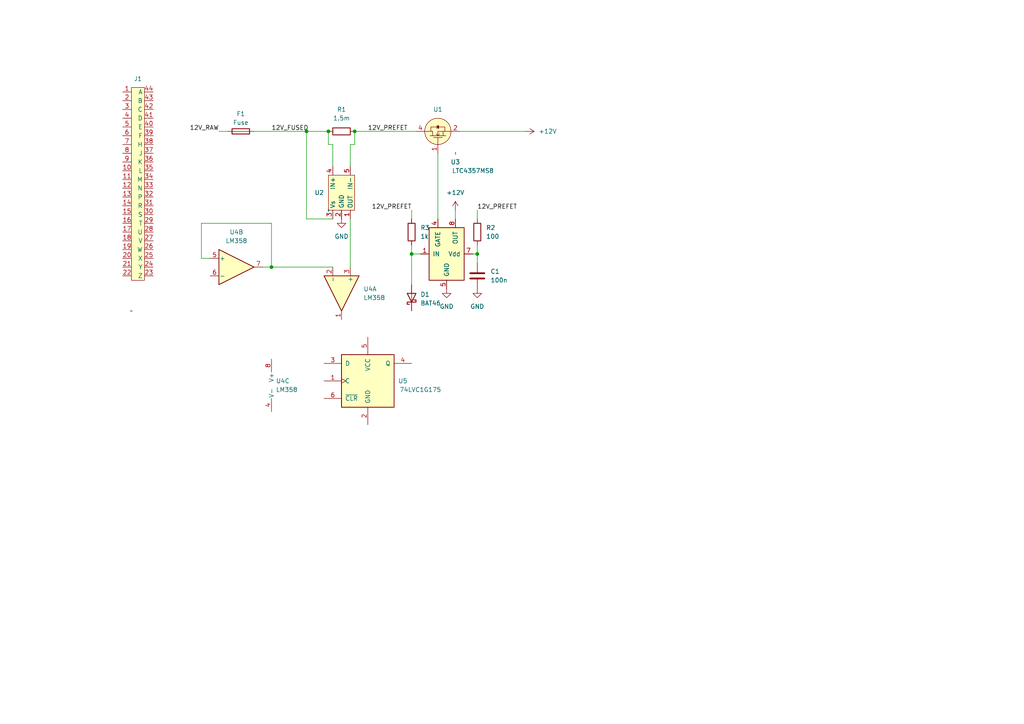
<source format=kicad_sch>
(kicad_sch (version 20230121) (generator eeschema)
  (paper "A4")
  (lib_symbols
    (symbol "74xGxx:74LVC1G175" (pin_names (offset 1.016))
      (property "Reference" "U" (at -5.08 10.16 0))
      (property "Value" "74LVC1G175" (at 10.16 -10.16 0))
      (symbol "74LVC1G175_0_1"
        (rectangle (start -7.62 7.62) (end 7.62 -7.62) (stroke (width 0.254)) (fill (type background)))
      )
      (symbol "74LVC1G175_1_1"
        (pin input clock (at -12.7 0 0) (length 5.08) (name "C") (number "1"))
        (pin power_in line (at 0 -12.7 90) (length 5.08) (name "GND") (number "2"))
        (pin input line (at -12.7 5.08 0) (length 5.08) (name "D") (number "3"))
        (pin output line (at 12.7 5.08 180) (length 5.08) (name "Q") (number "4"))
        (pin power_in line (at 0 12.7 270) (length 5.08) (name "VCC") (number "5"))
        (pin input line (at -12.7 -5.08 0) (length 5.08) (name "~{CLR}") (number "6"))
      )
    )
    (symbol "Amplifier_Operational:LM358" (pin_names (offset 0.127))
      (property "Reference" "U" (at 0 5.08 0))
      (property "Value" "LM358" (at 0 -5.08 0))
      (symbol "LM358_1_1"
        (polyline (pts (xy -5.08 5.08) (xy 5.08 0) (xy -5.08 -5.08) (xy -5.08 5.08)) (stroke (width 0.254)) (fill (type background)))
        (pin output line (at 7.62 0 180) (length 2.54) (name "~") (number "1"))
        (pin input line (at -7.62 -2.54 0) (length 2.54) (name "-") (number "2"))
        (pin input line (at -7.62 2.54 0) (length 2.54) (name "+") (number "3"))
      )
      (symbol "LM358_2_1"
        (polyline (pts (xy -5.08 5.08) (xy 5.08 0) (xy -5.08 -5.08) (xy -5.08 5.08)) (stroke (width 0.254)) (fill (type background)))
        (pin input line (at -7.62 2.54 0) (length 2.54) (name "+") (number "5"))
        (pin input line (at -7.62 -2.54 0) (length 2.54) (name "-") (number "6"))
        (pin output line (at 7.62 0 180) (length 2.54) (name "~") (number "7"))
      )
      (symbol "LM358_3_1"
        (pin power_in line (at -2.54 -7.62 90) (length 3.81) (name "V-") (number "4"))
        (pin power_in line (at -2.54 7.62 270) (length 3.81) (name "V+") (number "8"))
      )
    )
    (symbol "Device:C" (pin_numbers hide) (pin_names (offset 0.254))
      (property "Reference" "C" (at 0.635 2.54 0))
      (property "Value" "C" (at 0.635 -2.54 0))
      (symbol "C_0_1"
        (polyline (pts (xy -2.032 -0.762) (xy 2.032 -0.762)) (stroke (width 0.508)))
        (polyline (pts (xy -2.032 0.762) (xy 2.032 0.762)) (stroke (width 0.508)))
      )
      (symbol "C_1_1"
        (pin passive line (at 0 3.81 270) (length 2.794) (name "~") (number "1"))
        (pin passive line (at 0 -3.81 90) (length 2.794) (name "~") (number "2"))
      )
    )
    (symbol "Device:Fuse" (pin_numbers hide) (pin_names (offset 0))
      (property "Reference" "F" (at 2.032 0 90))
      (property "Value" "Fuse" (at -1.905 0 90))
      (symbol "Fuse_0_1"
        (rectangle (start -0.762 -2.54) (end 0.762 2.54) (stroke (width 0.254)))
        (polyline (pts (xy 0 2.54) (xy 0 -2.54)))
      )
      (symbol "Fuse_1_1"
        (pin passive line (at 0 3.81 270) (length 1.27) (name "~") (number "1"))
        (pin passive line (at 0 -3.81 90) (length 1.27) (name "~") (number "2"))
      )
    )
    (symbol "Device:R" (pin_numbers hide) (pin_names (offset 0))
      (property "Reference" "R" (at 2.032 0 90))
      (property "Value" "R" (at 0 0 90))
      (symbol "R_0_1"
        (rectangle (start -1.016 -2.54) (end 1.016 2.54) (stroke (width 0.254)))
      )
      (symbol "R_1_1"
        (pin passive line (at 0 3.81 270) (length 1.27) (name "~") (number "1"))
        (pin passive line (at 0 -3.81 90) (length 1.27) (name "~") (number "2"))
      )
    )
    (symbol "Diode:BAT46" (pin_numbers hide) (pin_names (offset 1.016) hide)
      (property "Reference" "D" (at 0 2.54 0))
      (property "Value" "BAT46" (at 0 -2.54 0))
      (symbol "BAT46_0_1"
        (polyline (pts (xy 1.27 0) (xy -1.27 0)))
        (polyline (pts (xy 1.27 1.27) (xy 1.27 -1.27) (xy -1.27 0) (xy 1.27 1.27)) (stroke (width 0.254)))
        (polyline (pts (xy -1.905 0.635) (xy -1.905 1.27) (xy -1.27 1.27) (xy -1.27 -1.27) (xy -0.635 -1.27) (xy -0.635 -0.635)) (stroke (width 0.254)))
      )
      (symbol "BAT46_1_1"
        (pin passive line (at -3.81 0 0) (length 2.54) (name "K") (number "1"))
        (pin passive line (at 3.81 0 180) (length 2.54) (name "A") (number "2"))
      )
    )
    (symbol "Power_Management:LTC4357MS8" (pin_names (offset 1.016))
      (property "Reference" "U" (at 6.35 6.35 0))
      (property "Value" "LTC4357MS8" (at 6.35 -6.35 0))
      (symbol "LTC4357MS8_0_1"
        (rectangle (start -5.08 7.62) (end 5.08 -7.62) (stroke (width 0.254)) (fill (type background)))
      )
      (symbol "LTC4357MS8_1_1"
        (pin input line (at -7.62 0 0) (length 2.54) (name "IN") (number "1"))
        (pin no_connect line (at -5.08 -2.54 0) (length 2.54) hide (name "NC") (number "2"))
        (pin no_connect line (at -5.08 -5.08 0) (length 2.54) hide (name "NC") (number "3"))
        (pin output line (at -2.54 10.16 270) (length 2.54) (name "GATE") (number "4"))
        (pin power_in line (at 0 -10.16 90) (length 2.54) (name "GND") (number "5"))
        (pin no_connect line (at 2.54 -7.62 90) (length 2.54) hide (name "NC") (number "6"))
        (pin power_in line (at 7.62 0 180) (length 2.54) (name "Vdd") (number "7"))
        (pin input line (at 2.54 10.16 270) (length 2.54) (name "OUT") (number "8"))
      )
    )
    (symbol "my parts:50-44A-30"
      (property "Reference" "J" (at 0 0 0))
      (symbol "50-44A-30_1_1"
        (rectangle (start 0 64.77) (end 3.81 8.89) (fill (type background)))
        (pin input line (at -2.54 63.5 0) (length 2.54) (name "") (number "1"))
        (pin input line (at -2.54 40.64 0) (length 2.54) (name "") (number "10"))
        (pin input line (at -2.54 38.1 0) (length 2.54) (name "") (number "11"))
        (pin input line (at -2.54 35.56 0) (length 2.54) (name "") (number "12"))
        (pin input line (at -2.54 33.02 0) (length 2.54) (name "") (number "13"))
        (pin input line (at -2.54 30.48 0) (length 2.54) (name "") (number "14"))
        (pin input line (at -2.54 27.94 0) (length 2.54) (name "") (number "15"))
        (pin input line (at -2.54 25.4 0) (length 2.54) (name "") (number "16"))
        (pin input line (at -2.54 22.86 0) (length 2.54) (name "") (number "17"))
        (pin input line (at -2.54 20.32 0) (length 2.54) (name "") (number "18"))
        (pin input line (at -2.54 17.78 0) (length 2.54) (name "") (number "19"))
        (pin input line (at -2.54 60.96 0) (length 2.54) (name "") (number "2"))
        (pin input line (at -2.54 15.24 0) (length 2.54) (name "") (number "20"))
        (pin input line (at -2.54 12.7 0) (length 2.54) (name "") (number "21"))
        (pin input line (at -2.54 10.16 0) (length 2.54) (name "") (number "22"))
        (pin input line (at 6.35 10.16 180) (length 2.54) (name "Z") (number "23"))
        (pin input line (at 6.35 12.7 180) (length 2.54) (name "Y") (number "24"))
        (pin input line (at 6.35 15.24 180) (length 2.54) (name "X") (number "25"))
        (pin input line (at 6.35 17.78 180) (length 2.54) (name "W") (number "26"))
        (pin input line (at 6.35 20.32 180) (length 2.54) (name "V") (number "27"))
        (pin input line (at 6.35 22.86 180) (length 2.54) (name "U") (number "28"))
        (pin input line (at 6.35 25.4 180) (length 2.54) (name "T") (number "29"))
        (pin input line (at -2.54 58.42 0) (length 2.54) (name "") (number "3"))
        (pin input line (at 6.35 27.94 180) (length 2.54) (name "S") (number "30"))
        (pin input line (at 6.35 30.48 180) (length 2.54) (name "R") (number "31"))
        (pin input line (at 6.35 33.02 180) (length 2.54) (name "P") (number "32"))
        (pin input line (at 6.35 35.56 180) (length 2.54) (name "N") (number "33"))
        (pin input line (at 6.35 38.1 180) (length 2.54) (name "M") (number "34"))
        (pin input line (at 6.35 40.64 180) (length 2.54) (name "L") (number "35"))
        (pin input line (at 6.35 43.18 180) (length 2.54) (name "K") (number "36"))
        (pin input line (at 6.35 45.72 180) (length 2.54) (name "J") (number "37"))
        (pin input line (at 6.35 48.26 180) (length 2.54) (name "H") (number "38"))
        (pin input line (at 6.35 50.8 180) (length 2.54) (name "F") (number "39"))
        (pin input line (at -2.54 55.88 0) (length 2.54) (name "") (number "4"))
        (pin input line (at 6.35 53.34 180) (length 2.54) (name "E") (number "40"))
        (pin input line (at 6.35 55.88 180) (length 2.54) (name "D") (number "41"))
        (pin input line (at 6.35 58.42 180) (length 2.54) (name "C") (number "42"))
        (pin input line (at 6.35 60.96 180) (length 2.54) (name "B") (number "43"))
        (pin input line (at 6.35 63.5 180) (length 2.54) (name "A") (number "44"))
        (pin input line (at -2.54 53.34 0) (length 2.54) (name "") (number "5"))
        (pin input line (at -2.54 50.8 0) (length 2.54) (name "") (number "6"))
        (pin input line (at -2.54 48.26 0) (length 2.54) (name "") (number "7"))
        (pin input line (at -2.54 45.72 0) (length 2.54) (name "") (number "8"))
        (pin input line (at -2.54 43.18 0) (length 2.54) (name "") (number "9"))
      )
    )
    (symbol "my parts:INA281B1"
      (property "Reference" "U" (at 0 0 0))
      (symbol "INA281B1_1_1"
        (rectangle (start 0 7.62) (end 10.16 0) (fill (type background)))
        (pin input line (at -2.54 6.35 0) (length 2.54) (name "OUT") (number "1"))
        (pin input line (at -2.54 3.81 0) (length 2.54) (name "GND") (number "2"))
        (pin input line (at -2.54 1.27 0) (length 2.54) (name "Vs") (number "3"))
        (pin input line (at 12.7 1.27 180) (length 2.54) (name "IN+") (number "4"))
        (pin input line (at 12.7 6.35 180) (length 2.54) (name "IN-") (number "5"))
      )
    )
    (symbol "my parts:IPB032N10N5"
      (property "Reference" "U" (at 0 0 0))
      (symbol "IPB032N10N5_0_1"
        (polyline (pts (xy 4.572 6.35) (xy 4.572 3.81)))
        (polyline (pts (xy 5.08 7.366) (xy 5.08 2.794)))
        (polyline (pts (xy 6.35 3.556) (xy 5.08 3.556)))
        (polyline (pts (xy 6.35 6.604) (xy 5.08 6.604)))
        (polyline (pts (xy 6.35 6.604) (xy 6.35 8.89)))
        (polyline (pts (xy 2.54 5.08) (xy 4.318 5.08) (xy 4.572 5.08)))
        (polyline (pts (xy 7.62 5.334) (xy 7.62 7.112) (xy 6.35 7.112)))
        (polyline (pts (xy 8.128 5.334) (xy 7.112 5.334) (xy 7.62 5.334)))
        (polyline (pts (xy 6.35 1.27) (xy 6.35 5.08) (xy 5.08 5.08) (xy 5.588 5.588) (xy 5.08 5.08) (xy 5.588 4.572)))
        (polyline (pts (xy 6.35 3.048) (xy 7.62 3.048) (xy 7.62 4.826) (xy 8.128 4.826) (xy 7.62 5.334) (xy 7.112 4.826) (xy 7.62 4.826) (xy 7.62 5.334) (xy 7.874 5.08) (xy 7.62 4.826) (xy 7.366 5.08) (xy 7.366 4.826) (xy 7.874 4.826) (xy 7.874 5.08) (xy 7.366 5.08)))
      )
      (symbol "IPB032N10N5_1_1"
        (circle (center 6.35 5.08) (radius 3.81) (fill (type background)))
        (pin input line (at 0 5.08 0) (length 2.54) (name "") (number "1"))
        (pin input line (at 6.35 -1.27 90) (length 2.54) (name "") (number "2"))
        (pin input line (at 6.35 -1.27 90) (length 2.54) hide (name "") (number "3"))
        (pin input line (at 6.35 11.43 270) (length 2.54) (name "") (number "4"))
        (pin input line (at 6.35 -1.27 90) (length 2.54) hide (name "") (number "5"))
        (pin input line (at 6.35 -1.27 90) (length 2.54) hide (name "") (number "6"))
        (pin input line (at 6.35 -1.27 90) (length 2.54) hide (name "") (number "7"))
      )
    )
    (symbol "power:+12V" (power) (pin_names (offset 0))
      (property "Value" "+12V" (at 0 3.556 0))
      (symbol "+12V_0_1"
        (polyline (pts (xy -0.762 1.27) (xy 0 2.54)))
        (polyline (pts (xy 0 0) (xy 0 2.54)))
        (polyline (pts (xy 0 2.54) (xy 0.762 1.27)))
      )
      (symbol "+12V_1_1"
        (pin power_in line (at 0 0 90) (length 0) hide (name "+12V") (number "1"))
      )
    )
    (symbol "power:GND" (power) (pin_names (offset 0))
      (property "Value" "GND" (at 0 -3.81 0))
      (symbol "GND_0_1"
        (polyline (pts (xy 0 0) (xy 0 -1.27) (xy 1.27 -1.27) (xy 0 -2.54) (xy -1.27 -1.27) (xy 0 -1.27)))
      )
      (symbol "GND_1_1"
        (pin power_in line (at 0 0 270) (length 0) hide (name "GND") (number "1"))
      )
    )
  )
  (junction (at 102.87 38.1))
  (junction (at 95.25 38.1))
  (junction (at 78.74 77.47))
  (junction (at 88.9 38.1))
  (junction (at 119.38 73.66))
  (junction (at 138.43 73.66))
  (wire (pts (xy 76.2 77.47) (xy 78.74 77.47)))
  (wire (pts (xy 95.25 41.91) (xy 96.52 41.91)))
  (wire (pts (xy 133.35 38.1) (xy 152.4 38.1)))
  (wire (pts (xy 102.87 38.1) (xy 102.87 41.91)))
  (wire (pts (xy 127 44.45) (xy 127 63.5)))
  (wire (pts (xy 138.43 60.96) (xy 138.43 63.5)))
  (wire (pts (xy 119.38 60.96) (xy 119.38 63.5)))
  (wire (pts (xy 60.96 74.93) (xy 58.42 74.93)))
  (wire (pts (xy 102.87 38.1) (xy 120.65 38.1)))
  (wire (pts (xy 88.9 38.1) (xy 95.25 38.1)))
  (wire (pts (xy 138.43 71.12) (xy 138.43 73.66)))
  (wire (pts (xy 121.92 73.66) (xy 119.38 73.66)))
  (wire (pts (xy 137.16 73.66) (xy 138.43 73.66)))
  (wire (pts (xy 78.74 77.47) (xy 96.52 77.47)))
  (wire (pts (xy 78.74 64.77) (xy 78.74 77.47)))
  (wire (pts (xy 101.6 63.5) (xy 101.6 77.47)))
  (wire (pts (xy 58.42 64.77) (xy 78.74 64.77)))
  (wire (pts (xy 96.52 41.91) (xy 96.52 48.26)))
  (wire (pts (xy 63.5 38.1) (xy 66.04 38.1)))
  (wire (pts (xy 102.87 41.91) (xy 101.6 41.91)))
  (wire (pts (xy 58.42 74.93) (xy 58.42 64.77)))
  (wire (pts (xy 95.25 38.1) (xy 95.25 41.91)))
  (wire (pts (xy 132.08 60.96) (xy 132.08 63.5)))
  (wire (pts (xy 101.6 41.91) (xy 101.6 48.26)))
  (wire (pts (xy 138.43 73.66) (xy 138.43 76.2)))
  (wire (pts (xy 119.38 73.66) (xy 119.38 82.55)))
  (wire (pts (xy 96.52 63.5) (xy 88.9 63.5)))
  (wire (pts (xy 88.9 38.1) (xy 88.9 63.5)))
  (wire (pts (xy 73.66 38.1) (xy 88.9 38.1)))
  (wire (pts (xy 119.38 71.12) (xy 119.38 73.66)))
  (label "12V_PREFET" (at 106.68 38.1 0))
  (label "12V_FUSED" (at 78.74 38.1 0))
  (label "12V_PREFET" (at 119.38 60.96 180))
  (label "12V_RAW" (at 63.5 38.1 180))
  (label "12V_PREFET" (at 138.43 60.96 0))
  (symbol (lib_id "Device:R") (at 99.06 38.1 90) (unit 1)
    (property "Reference" "R1" (at 99.06 31.75 90))
    (property "Value" "1.5m" (at 99.06 34.29 90))
  )
  (symbol (lib_id "my parts:INA281B1") (at 95.25 60.96 270) (mirror x) (unit 1)
    (property "Reference" "U2" (at 93.98 55.88 90) (effects (justify right)))
    (property "Value" "~" (at 95.25 60.96 0))
    (property "Footprint" "Package_TO_SOT_SMD:SOT-23-5_HandSoldering" (effects hide))
  )
  (symbol (lib_id "Diode:BAT46") (at 119.38 86.36 90) (unit 1)
    (property "Reference" "D1" (at 121.92 85.4075 90) (effects (justify right)))
    (property "Value" "BAT46" (at 121.92 87.9475 90) (effects (justify right)))
    (property "Footprint" "Diode_THT:D_DO-35_SOD27_P7.62mm_Horizontal" (effects hide))
    (property "Datasheet" "http://www.vishay.com/docs/85662/bat46.pdf" (effects hide))
  )
  (symbol (lib_id "my parts:50-44A-30") (at 38.1 90.17 0) (unit 1)
    (property "Reference" "J1" (at 40.005 22.86 0))
    (property "Value" "~" (at 38.1 90.17 0))
    (property "Footprint" "AudioJacks:50-44A-30" (effects hide))
  )
  (symbol (lib_id "Device:R") (at 119.38 67.31 180) (unit 1)
    (property "Reference" "R3" (at 121.92 66.04 0) (effects (justify right)))
    (property "Value" "1k" (at 121.92 68.58 0) (effects (justify right)))
  )
  (symbol (lib_id "Amplifier_Operational:LM358") (at 99.06 85.09 270) (unit 1)
    (property "Reference" "U4" (at 105.41 83.82 90) (effects (justify left)))
    (property "Value" "LM358" (at 105.41 86.36 90) (effects (justify left)))
    (property "Datasheet" "http://www.ti.com/lit/ds/symlink/lm2904-n.pdf" (effects hide))
  )
  (symbol (lib_id "power:+12V") (at 152.4 38.1 270) (unit 1)
    (property "Reference" "#PWR05" (effects hide))
    (property "Value" "+12V" (at 156.21 38.1 90) (effects (justify left)))
  )
  (symbol (lib_id "power:+12V") (at 132.08 60.96 0) (unit 1)
    (property "Reference" "#PWR04" (effects hide))
    (property "Value" "+12V" (at 132.08 55.88 0))
  )
  (symbol (lib_id "my parts:IPB032N10N5") (at 132.08 44.45 90) (unit 1)
    (property "Reference" "U1" (at 127 31.75 90))
    (property "Value" "~" (at 132.08 44.45 0))
    (property "Footprint" "Package_TO_SOT_SMD:TO-263-6" (effects hide))
  )
  (symbol (lib_id "Device:R") (at 138.43 67.31 180) (unit 1)
    (property "Reference" "R2" (at 140.97 66.04 0) (effects (justify right)))
    (property "Value" "100" (at 140.97 68.58 0) (effects (justify right)))
  )
  (symbol (lib_id "power:GND") (at 138.43 83.82 0) (unit 1)
    (property "Reference" "#PWR03" (effects hide))
    (property "Value" "GND" (at 138.43 88.9 0))
  )
  (symbol (lib_id "Amplifier_Operational:LM358") (at 81.28 111.76 0) (unit 3)
    (property "Reference" "U4" (at 80.01 110.49 0) (effects (justify left)))
    (property "Value" "LM358" (at 80.01 113.03 0) (effects (justify left)))
    (property "Datasheet" "http://www.ti.com/lit/ds/symlink/lm2904-n.pdf" (effects hide))
  )
  (symbol (lib_id "power:GND") (at 129.54 83.82 0) (unit 1)
    (property "Reference" "#PWR02" (effects hide))
    (property "Value" "GND" (at 129.54 88.9 0))
  )
  (symbol (lib_id "Power_Management:LTC4357MS8") (at 129.54 73.66 0) (unit 1)
    (property "Reference" "U3" (at 132.08 46.99 0))
    (property "Value" "LTC4357MS8" (at 137.16 49.53 0))
    (property "Footprint" "Package_SO:MSOP-8_3x3mm_P0.65mm" (effects hide))
    (property "Datasheet" "https://www.analog.com/media/en/technical-documentation/data-sheets/4357fd.pdf" (effects hide))
  )
  (symbol (lib_id "Device:Fuse") (at 69.85 38.1 90) (unit 1)
    (property "Reference" "F1" (at 69.85 33.02 90))
    (property "Value" "Fuse" (at 69.85 35.56 90))
  )
  (symbol (lib_id "Device:C") (at 138.43 80.01 0) (unit 1)
    (property "Reference" "C1" (at 142.24 78.74 0) (effects (justify left)))
    (property "Value" "100n" (at 142.24 81.28 0) (effects (justify left)))
  )
  (symbol (lib_id "74xGxx:74LVC1G175") (at 106.68 110.49 0) (unit 1)
    (property "Reference" "U5" (at 116.84 110.49 0))
    (property "Value" "74LVC1G175" (at 121.92 113.03 0))
    (property "Datasheet" "http://www.ti.com/lit/sg/scyt129e/scyt129e.pdf" (effects hide))
  )
  (symbol (lib_id "Amplifier_Operational:LM358") (at 68.58 77.47 0) (unit 2)
    (property "Reference" "U4" (at 68.58 67.31 0))
    (property "Value" "LM358" (at 68.58 69.85 0))
    (property "Datasheet" "http://www.ti.com/lit/ds/symlink/lm2904-n.pdf" (effects hide))
  )
  (symbol (lib_id "power:GND") (at 99.06 63.5 0) (unit 1)
    (property "Reference" "#PWR01" (effects hide))
    (property "Value" "GND" (at 99.06 68.58 0))
  )
)
</source>
